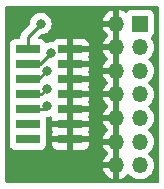
<source format=gbr>
%TF.GenerationSoftware,KiCad,Pcbnew,7.0.2*%
%TF.CreationDate,2024-01-21T01:29:36-05:00*%
%TF.ProjectId,jtag-adapter,6a746167-2d61-4646-9170-7465722e6b69,rev?*%
%TF.SameCoordinates,Original*%
%TF.FileFunction,Copper,L1,Top*%
%TF.FilePolarity,Positive*%
%FSLAX46Y46*%
G04 Gerber Fmt 4.6, Leading zero omitted, Abs format (unit mm)*
G04 Created by KiCad (PCBNEW 7.0.2) date 2024-01-21 01:29:36*
%MOMM*%
%LPD*%
G01*
G04 APERTURE LIST*
%TA.AperFunction,ComponentPad*%
%ADD10R,1.350000X1.350000*%
%TD*%
%TA.AperFunction,ComponentPad*%
%ADD11O,1.350000X1.350000*%
%TD*%
%TA.AperFunction,SMDPad,CuDef*%
%ADD12R,2.100000X0.750000*%
%TD*%
%TA.AperFunction,ViaPad*%
%ADD13C,0.800000*%
%TD*%
%TA.AperFunction,Conductor*%
%ADD14C,0.250000*%
%TD*%
G04 APERTURE END LIST*
D10*
%TO.P,J2,1,Pin_1*%
%TO.N,+1V8*%
X94400000Y-66000000D03*
D11*
%TO.P,J2,2,Pin_2*%
%TO.N,GND*%
X92400000Y-66000000D03*
%TO.P,J2,3,Pin_3*%
%TO.N,/TMS*%
X94400000Y-68000000D03*
%TO.P,J2,4,Pin_4*%
%TO.N,GND*%
X92400000Y-68000000D03*
%TO.P,J2,5,Pin_5*%
%TO.N,/TCK*%
X94400000Y-70000000D03*
%TO.P,J2,6,Pin_6*%
%TO.N,GND*%
X92400000Y-70000000D03*
%TO.P,J2,7,Pin_7*%
%TO.N,/TDO*%
X94400000Y-72000000D03*
%TO.P,J2,8,Pin_8*%
%TO.N,GND*%
X92400000Y-72000000D03*
%TO.P,J2,9,Pin_9*%
%TO.N,/TDI*%
X94400000Y-74000000D03*
%TO.P,J2,10,Pin_10*%
%TO.N,GND*%
X92400000Y-74000000D03*
%TO.P,J2,11,Pin_11*%
%TO.N,unconnected-(J2-Pin_11-Pad11)*%
X94400000Y-76000000D03*
%TO.P,J2,12,Pin_12*%
%TO.N,GND*%
X92400000Y-76000000D03*
%TO.P,J2,13,Pin_13*%
%TO.N,unconnected-(J2-Pin_13-Pad13)*%
X94400000Y-78000000D03*
%TO.P,J2,14,Pin_14*%
%TO.N,GND*%
X92400000Y-78000000D03*
%TD*%
D12*
%TO.P,J1,1,Pin_1*%
%TO.N,GND*%
X88500000Y-68190000D03*
%TO.P,J1,2,Pin_2*%
%TO.N,+1V8*%
X84900000Y-68190000D03*
%TO.P,J1,3,Pin_3*%
%TO.N,GND*%
X88500000Y-69460000D03*
%TO.P,J1,4,Pin_4*%
%TO.N,/TMS*%
X84900000Y-69460000D03*
%TO.P,J1,5,Pin_5*%
%TO.N,GND*%
X88500000Y-70730000D03*
%TO.P,J1,6,Pin_6*%
%TO.N,/TCK*%
X84900000Y-70730000D03*
%TO.P,J1,7,Pin_7*%
%TO.N,GND*%
X88500000Y-72000000D03*
%TO.P,J1,8,Pin_8*%
%TO.N,/TDO*%
X84900000Y-72000000D03*
%TO.P,J1,9,Pin_9*%
%TO.N,GND*%
X88500000Y-73270000D03*
%TO.P,J1,10,Pin_10*%
%TO.N,/TDI*%
X84900000Y-73270000D03*
%TO.P,J1,11,Pin_11*%
%TO.N,GND*%
X88500000Y-74540000D03*
%TO.P,J1,12,Pin_12*%
%TO.N,unconnected-(J1-Pin_12-Pad12)*%
X84900000Y-74540000D03*
%TO.P,J1,13,Pin_13*%
%TO.N,GND*%
X88500000Y-75810000D03*
%TO.P,J1,14,Pin_14*%
%TO.N,unconnected-(J1-Pin_14-Pad14)*%
X84900000Y-75810000D03*
%TD*%
D13*
%TO.N,+1V8*%
X86000000Y-66000000D03*
%TO.N,/TMS*%
X86850498Y-68500000D03*
%TO.N,/TCK*%
X86524219Y-70007266D03*
%TO.N,/TDO*%
X86500000Y-71500000D03*
%TO.N,/TDI*%
X86500000Y-73000000D03*
%TD*%
D14*
%TO.N,GND*%
X88500000Y-72000000D02*
X92400000Y-72000000D01*
X92400000Y-70000000D02*
X92400000Y-66000000D01*
X88500000Y-75810000D02*
X88500000Y-68190000D01*
X92400000Y-78000000D02*
X92400000Y-70000000D01*
%TO.N,+1V8*%
X84900000Y-67100000D02*
X86000000Y-66000000D01*
X84900000Y-68190000D02*
X84900000Y-67100000D01*
%TO.N,/TMS*%
X85890498Y-69460000D02*
X86850498Y-68500000D01*
X84900000Y-69460000D02*
X85890498Y-69460000D01*
%TO.N,/TCK*%
X84900000Y-70730000D02*
X85801485Y-70730000D01*
X85801485Y-70730000D02*
X86524219Y-70007266D01*
%TO.N,/TDO*%
X86000000Y-72000000D02*
X86500000Y-71500000D01*
X84900000Y-72000000D02*
X86000000Y-72000000D01*
%TO.N,/TDI*%
X86230000Y-73270000D02*
X86500000Y-73000000D01*
X84900000Y-73270000D02*
X86230000Y-73270000D01*
%TD*%
%TA.AperFunction,Conductor*%
%TO.N,GND*%
G36*
X92650000Y-77684314D02*
G01*
X92638045Y-77672359D01*
X92525148Y-77614835D01*
X92431481Y-77600000D01*
X92368519Y-77600000D01*
X92274852Y-77614835D01*
X92161955Y-77672359D01*
X92150000Y-77684314D01*
X92150000Y-76315686D01*
X92161955Y-76327641D01*
X92274852Y-76385165D01*
X92368519Y-76400000D01*
X92431481Y-76400000D01*
X92525148Y-76385165D01*
X92638045Y-76327641D01*
X92650000Y-76315686D01*
X92650000Y-77684314D01*
G37*
%TD.AperFunction*%
%TA.AperFunction,Conductor*%
G36*
X92650000Y-75684314D02*
G01*
X92638045Y-75672359D01*
X92525148Y-75614835D01*
X92431481Y-75600000D01*
X92368519Y-75600000D01*
X92274852Y-75614835D01*
X92161955Y-75672359D01*
X92150000Y-75684314D01*
X92150000Y-74315686D01*
X92161955Y-74327641D01*
X92274852Y-74385165D01*
X92368519Y-74400000D01*
X92431481Y-74400000D01*
X92525148Y-74385165D01*
X92638045Y-74327641D01*
X92650000Y-74315686D01*
X92650000Y-75684314D01*
G37*
%TD.AperFunction*%
%TA.AperFunction,Conductor*%
G36*
X92650000Y-73684313D02*
G01*
X92638045Y-73672359D01*
X92525148Y-73614835D01*
X92431481Y-73600000D01*
X92368519Y-73600000D01*
X92274852Y-73614835D01*
X92161955Y-73672359D01*
X92150000Y-73684314D01*
X92150000Y-72315686D01*
X92161955Y-72327641D01*
X92274852Y-72385165D01*
X92368519Y-72400000D01*
X92431481Y-72400000D01*
X92525148Y-72385165D01*
X92638045Y-72327641D01*
X92650000Y-72315685D01*
X92650000Y-73684313D01*
G37*
%TD.AperFunction*%
%TA.AperFunction,Conductor*%
G36*
X92650000Y-71684314D02*
G01*
X92638045Y-71672359D01*
X92525148Y-71614835D01*
X92431481Y-71600000D01*
X92368519Y-71600000D01*
X92274852Y-71614835D01*
X92161955Y-71672359D01*
X92150000Y-71684314D01*
X92150000Y-70315686D01*
X92161955Y-70327641D01*
X92274852Y-70385165D01*
X92368519Y-70400000D01*
X92431481Y-70400000D01*
X92525148Y-70385165D01*
X92638045Y-70327641D01*
X92650000Y-70315686D01*
X92650000Y-71684314D01*
G37*
%TD.AperFunction*%
%TA.AperFunction,Conductor*%
G36*
X92650000Y-69684314D02*
G01*
X92638045Y-69672359D01*
X92525148Y-69614835D01*
X92431481Y-69600000D01*
X92368519Y-69600000D01*
X92274852Y-69614835D01*
X92161955Y-69672359D01*
X92150000Y-69684314D01*
X92150000Y-68315686D01*
X92161955Y-68327641D01*
X92274852Y-68385165D01*
X92368519Y-68400000D01*
X92431481Y-68400000D01*
X92525148Y-68385165D01*
X92638045Y-68327641D01*
X92650000Y-68315686D01*
X92650000Y-69684314D01*
G37*
%TD.AperFunction*%
%TA.AperFunction,Conductor*%
G36*
X92650000Y-67684313D02*
G01*
X92638045Y-67672359D01*
X92525148Y-67614835D01*
X92431481Y-67600000D01*
X92368519Y-67600000D01*
X92274852Y-67614835D01*
X92161955Y-67672359D01*
X92150000Y-67684314D01*
X92150000Y-66315686D01*
X92161955Y-66327641D01*
X92274852Y-66385165D01*
X92368519Y-66400000D01*
X92431481Y-66400000D01*
X92525148Y-66385165D01*
X92638045Y-66327641D01*
X92650000Y-66315686D01*
X92650000Y-67684313D01*
G37*
%TD.AperFunction*%
%TA.AperFunction,Conductor*%
G36*
X95942539Y-64520185D02*
G01*
X95988294Y-64572989D01*
X95999500Y-64624500D01*
X95999500Y-79375500D01*
X95979815Y-79442539D01*
X95927011Y-79488294D01*
X95875500Y-79499500D01*
X83124500Y-79499500D01*
X83057461Y-79479815D01*
X83011706Y-79427011D01*
X83000500Y-79375500D01*
X83000500Y-77749999D01*
X91249494Y-77749999D01*
X91249495Y-77750000D01*
X92084314Y-77750000D01*
X92072359Y-77761955D01*
X92014835Y-77874852D01*
X91995014Y-78000000D01*
X92014835Y-78125148D01*
X92072359Y-78238045D01*
X92084314Y-78250000D01*
X91249495Y-78250000D01*
X91299651Y-78426278D01*
X91396712Y-78621205D01*
X91527944Y-78794985D01*
X91688868Y-78941685D01*
X91874012Y-79056322D01*
X92077069Y-79134986D01*
X92150000Y-79148619D01*
X92150000Y-78315686D01*
X92161955Y-78327641D01*
X92274852Y-78385165D01*
X92368519Y-78400000D01*
X92431481Y-78400000D01*
X92525148Y-78385165D01*
X92638045Y-78327641D01*
X92650000Y-78315686D01*
X92650000Y-79148619D01*
X92722930Y-79134986D01*
X92925987Y-79056322D01*
X93111131Y-78941685D01*
X93272052Y-78794987D01*
X93300730Y-78757011D01*
X93356838Y-78715374D01*
X93426550Y-78710681D01*
X93487733Y-78744422D01*
X93498640Y-78757009D01*
X93527573Y-78795323D01*
X93675493Y-78930169D01*
X93688568Y-78942088D01*
X93781178Y-78999430D01*
X93873791Y-79056773D01*
X94057991Y-79128132D01*
X94076931Y-79135470D01*
X94291074Y-79175500D01*
X94291076Y-79175500D01*
X94508924Y-79175500D01*
X94508926Y-79175500D01*
X94723069Y-79135470D01*
X94858496Y-79083004D01*
X94926208Y-79056773D01*
X94926210Y-79056772D01*
X95111432Y-78942088D01*
X95272427Y-78795322D01*
X95403712Y-78621472D01*
X95500817Y-78426459D01*
X95500818Y-78426457D01*
X95560435Y-78216925D01*
X95568939Y-78125148D01*
X95580536Y-78000000D01*
X95560435Y-77783077D01*
X95560435Y-77783074D01*
X95500818Y-77573542D01*
X95403712Y-77378528D01*
X95272426Y-77204676D01*
X95148427Y-77091637D01*
X95112145Y-77031926D01*
X95113906Y-76962079D01*
X95148427Y-76908363D01*
X95272426Y-76795323D01*
X95301358Y-76757011D01*
X95403712Y-76621472D01*
X95500817Y-76426459D01*
X95500818Y-76426457D01*
X95560435Y-76216925D01*
X95568939Y-76125148D01*
X95580536Y-76000000D01*
X95560435Y-75783077D01*
X95560435Y-75783074D01*
X95500818Y-75573542D01*
X95403712Y-75378528D01*
X95272426Y-75204676D01*
X95148427Y-75091637D01*
X95112145Y-75031926D01*
X95113906Y-74962079D01*
X95148427Y-74908363D01*
X95272426Y-74795323D01*
X95301358Y-74757011D01*
X95403712Y-74621472D01*
X95500817Y-74426459D01*
X95500818Y-74426457D01*
X95560435Y-74216925D01*
X95568939Y-74125148D01*
X95580536Y-74000000D01*
X95560435Y-73783077D01*
X95560435Y-73783074D01*
X95500818Y-73573542D01*
X95403712Y-73378528D01*
X95272426Y-73204676D01*
X95148427Y-73091637D01*
X95112145Y-73031926D01*
X95113906Y-72962079D01*
X95148427Y-72908363D01*
X95272426Y-72795323D01*
X95272683Y-72794983D01*
X95403712Y-72621472D01*
X95500817Y-72426459D01*
X95500818Y-72426457D01*
X95560435Y-72216925D01*
X95568939Y-72125148D01*
X95580536Y-72000000D01*
X95560435Y-71783077D01*
X95560435Y-71783074D01*
X95500818Y-71573542D01*
X95403712Y-71378528D01*
X95272426Y-71204676D01*
X95148427Y-71091637D01*
X95112145Y-71031926D01*
X95113906Y-70962079D01*
X95148427Y-70908363D01*
X95272426Y-70795323D01*
X95301358Y-70757011D01*
X95403712Y-70621472D01*
X95500817Y-70426459D01*
X95500818Y-70426457D01*
X95560435Y-70216925D01*
X95567717Y-70138333D01*
X95580536Y-70000000D01*
X95560435Y-69783077D01*
X95560435Y-69783074D01*
X95500818Y-69573542D01*
X95403712Y-69378528D01*
X95272426Y-69204676D01*
X95148427Y-69091637D01*
X95112145Y-69031926D01*
X95113906Y-68962079D01*
X95148427Y-68908363D01*
X95272426Y-68795323D01*
X95272683Y-68794983D01*
X95403712Y-68621472D01*
X95500817Y-68426459D01*
X95500818Y-68426457D01*
X95560435Y-68216925D01*
X95563577Y-68183008D01*
X95580536Y-68000000D01*
X95560435Y-67783077D01*
X95560435Y-67783074D01*
X95500818Y-67573542D01*
X95403712Y-67378528D01*
X95322252Y-67270657D01*
X95297560Y-67205295D01*
X95312125Y-67136961D01*
X95346894Y-67096664D01*
X95432546Y-67032546D01*
X95518796Y-66917331D01*
X95569091Y-66782483D01*
X95575500Y-66722873D01*
X95575499Y-65277128D01*
X95569091Y-65217517D01*
X95518796Y-65082669D01*
X95432546Y-64967454D01*
X95317331Y-64881204D01*
X95182483Y-64830909D01*
X95122873Y-64824500D01*
X95119550Y-64824500D01*
X93680439Y-64824500D01*
X93680420Y-64824500D01*
X93677128Y-64824501D01*
X93673848Y-64824853D01*
X93673840Y-64824854D01*
X93617515Y-64830909D01*
X93482669Y-64881204D01*
X93367451Y-64967455D01*
X93304913Y-65050996D01*
X93248980Y-65092867D01*
X93179288Y-65097851D01*
X93122109Y-65068322D01*
X93111131Y-65058314D01*
X92925987Y-64943677D01*
X92722927Y-64865011D01*
X92650001Y-64851378D01*
X92650000Y-64851379D01*
X92650000Y-65684313D01*
X92638045Y-65672359D01*
X92525148Y-65614835D01*
X92431481Y-65600000D01*
X92368519Y-65600000D01*
X92274852Y-65614835D01*
X92161955Y-65672359D01*
X92150000Y-65684314D01*
X92150000Y-64851379D01*
X92149998Y-64851378D01*
X92077072Y-64865011D01*
X91874012Y-64943677D01*
X91688868Y-65058314D01*
X91527944Y-65205014D01*
X91396712Y-65378794D01*
X91299651Y-65573721D01*
X91249494Y-65749999D01*
X91249495Y-65750000D01*
X92084314Y-65750000D01*
X92072359Y-65761955D01*
X92014835Y-65874852D01*
X91995014Y-66000000D01*
X92014835Y-66125148D01*
X92072359Y-66238045D01*
X92084314Y-66250000D01*
X91249495Y-66250000D01*
X91299651Y-66426278D01*
X91396712Y-66621205D01*
X91527942Y-66794981D01*
X91652315Y-66908361D01*
X91688596Y-66968072D01*
X91686836Y-67037920D01*
X91652315Y-67091636D01*
X91527944Y-67205014D01*
X91396712Y-67378794D01*
X91299651Y-67573721D01*
X91249494Y-67749999D01*
X91249495Y-67750000D01*
X92084314Y-67750000D01*
X92072359Y-67761955D01*
X92014835Y-67874852D01*
X91995014Y-68000000D01*
X92014835Y-68125148D01*
X92072359Y-68238045D01*
X92084314Y-68250000D01*
X91249495Y-68250000D01*
X91299651Y-68426278D01*
X91396712Y-68621205D01*
X91527944Y-68794985D01*
X91652315Y-68908363D01*
X91688597Y-68968074D01*
X91686836Y-69037921D01*
X91652315Y-69091637D01*
X91527944Y-69205014D01*
X91396712Y-69378794D01*
X91299651Y-69573721D01*
X91249494Y-69749999D01*
X91249495Y-69750000D01*
X92084314Y-69750000D01*
X92072359Y-69761955D01*
X92014835Y-69874852D01*
X91995014Y-70000000D01*
X92014835Y-70125148D01*
X92072359Y-70238045D01*
X92084314Y-70250000D01*
X91249495Y-70250000D01*
X91299651Y-70426278D01*
X91396712Y-70621205D01*
X91527944Y-70794985D01*
X91652315Y-70908363D01*
X91688597Y-70968074D01*
X91686836Y-71037921D01*
X91652315Y-71091637D01*
X91527944Y-71205014D01*
X91396712Y-71378794D01*
X91299651Y-71573721D01*
X91249494Y-71749999D01*
X91249495Y-71750000D01*
X92084314Y-71750000D01*
X92072359Y-71761955D01*
X92014835Y-71874852D01*
X91995014Y-72000000D01*
X92014835Y-72125148D01*
X92072359Y-72238045D01*
X92084314Y-72250000D01*
X91249495Y-72250000D01*
X91299651Y-72426278D01*
X91396712Y-72621205D01*
X91527944Y-72794985D01*
X91652315Y-72908363D01*
X91688597Y-72968074D01*
X91686836Y-73037921D01*
X91652315Y-73091637D01*
X91527944Y-73205014D01*
X91396712Y-73378794D01*
X91299651Y-73573721D01*
X91249494Y-73749999D01*
X91249495Y-73750000D01*
X92084314Y-73750000D01*
X92072359Y-73761955D01*
X92014835Y-73874852D01*
X91995014Y-74000000D01*
X92014835Y-74125148D01*
X92072359Y-74238045D01*
X92084314Y-74250000D01*
X91249495Y-74250000D01*
X91299651Y-74426278D01*
X91396712Y-74621205D01*
X91527944Y-74794985D01*
X91652315Y-74908363D01*
X91688597Y-74968074D01*
X91686836Y-75037921D01*
X91652315Y-75091637D01*
X91527944Y-75205014D01*
X91396712Y-75378794D01*
X91299651Y-75573721D01*
X91249494Y-75749999D01*
X91249495Y-75750000D01*
X92084314Y-75750000D01*
X92072359Y-75761955D01*
X92014835Y-75874852D01*
X91995014Y-76000000D01*
X92014835Y-76125148D01*
X92072359Y-76238045D01*
X92084314Y-76250000D01*
X91249495Y-76250000D01*
X91299651Y-76426278D01*
X91396712Y-76621205D01*
X91527944Y-76794985D01*
X91652315Y-76908363D01*
X91688597Y-76968074D01*
X91686836Y-77037921D01*
X91652315Y-77091637D01*
X91527944Y-77205014D01*
X91396712Y-77378794D01*
X91299651Y-77573721D01*
X91249494Y-77749999D01*
X83000500Y-77749999D01*
X83000500Y-76229578D01*
X83349500Y-76229578D01*
X83349501Y-76232872D01*
X83355909Y-76292483D01*
X83406204Y-76427331D01*
X83492454Y-76542546D01*
X83607669Y-76628796D01*
X83742517Y-76679091D01*
X83802127Y-76685500D01*
X85997872Y-76685499D01*
X86057483Y-76679091D01*
X86192331Y-76628796D01*
X86307546Y-76542546D01*
X86393796Y-76427331D01*
X86444091Y-76292483D01*
X86450500Y-76232873D01*
X86450500Y-76060000D01*
X86950000Y-76060000D01*
X86950000Y-76229518D01*
X86950354Y-76236132D01*
X86956400Y-76292371D01*
X87006647Y-76427089D01*
X87092811Y-76542188D01*
X87207910Y-76628352D01*
X87342628Y-76678599D01*
X87398867Y-76684645D01*
X87405482Y-76685000D01*
X88250000Y-76685000D01*
X88250000Y-76060000D01*
X88750000Y-76060000D01*
X88750000Y-76685000D01*
X89594518Y-76685000D01*
X89601132Y-76684645D01*
X89657371Y-76678599D01*
X89792089Y-76628352D01*
X89907188Y-76542188D01*
X89993352Y-76427089D01*
X90043599Y-76292371D01*
X90049645Y-76236132D01*
X90050000Y-76229518D01*
X90050000Y-76060000D01*
X88750000Y-76060000D01*
X88250000Y-76060000D01*
X86950000Y-76060000D01*
X86450500Y-76060000D01*
X86450499Y-75387128D01*
X86444091Y-75327517D01*
X86403367Y-75218332D01*
X86398384Y-75148642D01*
X86403368Y-75131666D01*
X86444091Y-75022483D01*
X86450500Y-74962873D01*
X86450500Y-74790000D01*
X86950000Y-74790000D01*
X86950000Y-74959518D01*
X86950354Y-74966132D01*
X86956400Y-75022373D01*
X86997165Y-75131667D01*
X87002149Y-75201358D01*
X86997165Y-75218333D01*
X86956400Y-75327626D01*
X86950354Y-75383867D01*
X86950000Y-75390481D01*
X86950000Y-75560000D01*
X88250000Y-75560000D01*
X88250000Y-74790000D01*
X88750000Y-74790000D01*
X88750000Y-75560000D01*
X90050000Y-75560000D01*
X90050000Y-75390481D01*
X90049645Y-75383867D01*
X90043599Y-75327626D01*
X90002835Y-75218333D01*
X89997851Y-75148642D01*
X90002835Y-75131667D01*
X90043599Y-75022373D01*
X90049645Y-74966132D01*
X90050000Y-74959518D01*
X90050000Y-74790000D01*
X88750000Y-74790000D01*
X88250000Y-74790000D01*
X86950000Y-74790000D01*
X86450500Y-74790000D01*
X86450499Y-74117128D01*
X86444091Y-74057517D01*
X86444090Y-74057514D01*
X86442426Y-74042031D01*
X86446065Y-74041639D01*
X86442956Y-73998136D01*
X86476444Y-73936814D01*
X86537769Y-73903332D01*
X86564121Y-73900500D01*
X86594648Y-73900500D01*
X86718083Y-73874262D01*
X86779803Y-73861144D01*
X86809601Y-73847876D01*
X86878850Y-73838590D01*
X86942127Y-73868217D01*
X86979341Y-73927351D01*
X86978678Y-73997218D01*
X86976220Y-74004488D01*
X86956400Y-74057626D01*
X86950354Y-74113867D01*
X86950000Y-74120481D01*
X86950000Y-74290000D01*
X88250000Y-74290000D01*
X88250000Y-73520000D01*
X88750000Y-73520000D01*
X88750000Y-74290000D01*
X90050000Y-74290000D01*
X90050000Y-74120481D01*
X90049645Y-74113867D01*
X90043599Y-74057626D01*
X90002835Y-73948333D01*
X89997851Y-73878642D01*
X90002835Y-73861667D01*
X90043599Y-73752373D01*
X90049645Y-73696132D01*
X90050000Y-73689518D01*
X90050000Y-73520000D01*
X88750000Y-73520000D01*
X88250000Y-73520000D01*
X88250000Y-72250000D01*
X88750000Y-72250000D01*
X88750000Y-73020000D01*
X90050000Y-73020000D01*
X90050000Y-72850481D01*
X90049645Y-72843867D01*
X90043599Y-72787626D01*
X90002835Y-72678333D01*
X89997851Y-72608642D01*
X90002835Y-72591667D01*
X90043599Y-72482373D01*
X90049645Y-72426132D01*
X90050000Y-72419518D01*
X90050000Y-72250000D01*
X88750000Y-72250000D01*
X88250000Y-72250000D01*
X88250000Y-70980000D01*
X88750000Y-70980000D01*
X88750000Y-71750000D01*
X90050000Y-71750000D01*
X90050000Y-71580481D01*
X90049645Y-71573867D01*
X90043599Y-71517626D01*
X90002835Y-71408333D01*
X89997851Y-71338642D01*
X90002835Y-71321667D01*
X90043599Y-71212373D01*
X90049645Y-71156132D01*
X90050000Y-71149518D01*
X90050000Y-70980000D01*
X88750000Y-70980000D01*
X88250000Y-70980000D01*
X88250000Y-69710000D01*
X88750000Y-69710000D01*
X88750000Y-70480000D01*
X90050000Y-70480000D01*
X90050000Y-70310481D01*
X90049645Y-70303867D01*
X90043599Y-70247626D01*
X90002835Y-70138333D01*
X89997851Y-70068642D01*
X90002835Y-70051667D01*
X90043599Y-69942373D01*
X90049645Y-69886132D01*
X90050000Y-69879518D01*
X90050000Y-69710000D01*
X88750000Y-69710000D01*
X88250000Y-69710000D01*
X88250000Y-68440000D01*
X88750000Y-68440000D01*
X88750000Y-69210000D01*
X90050000Y-69210000D01*
X90050000Y-69040481D01*
X90049645Y-69033867D01*
X90043599Y-68977626D01*
X90002835Y-68868333D01*
X89997851Y-68798642D01*
X90002835Y-68781667D01*
X90043599Y-68672373D01*
X90049645Y-68616132D01*
X90050000Y-68609518D01*
X90050000Y-68440000D01*
X88750000Y-68440000D01*
X88250000Y-68440000D01*
X88250000Y-67315000D01*
X88750000Y-67315000D01*
X88750000Y-67940000D01*
X90050000Y-67940000D01*
X90050000Y-67770481D01*
X90049645Y-67763867D01*
X90043599Y-67707628D01*
X89993352Y-67572910D01*
X89907188Y-67457811D01*
X89792089Y-67371647D01*
X89657371Y-67321400D01*
X89601132Y-67315354D01*
X89594518Y-67315000D01*
X88750000Y-67315000D01*
X88250000Y-67315000D01*
X87405482Y-67315000D01*
X87398867Y-67315354D01*
X87342628Y-67321400D01*
X87207910Y-67371647D01*
X87092810Y-67457811D01*
X87023940Y-67549811D01*
X86968006Y-67591682D01*
X86924673Y-67599500D01*
X86755850Y-67599500D01*
X86570696Y-67638855D01*
X86560672Y-67643318D01*
X86491422Y-67652601D01*
X86428146Y-67622971D01*
X86394057Y-67573370D01*
X86393796Y-67572669D01*
X86307546Y-67457454D01*
X86192331Y-67371204D01*
X86057483Y-67320909D01*
X86005816Y-67315354D01*
X86001166Y-67314854D01*
X86001165Y-67314853D01*
X85997873Y-67314500D01*
X85994551Y-67314500D01*
X85869453Y-67314500D01*
X85802414Y-67294815D01*
X85756659Y-67242011D01*
X85746715Y-67172853D01*
X85775740Y-67109297D01*
X85781772Y-67102819D01*
X85947772Y-66936819D01*
X86009095Y-66903334D01*
X86035453Y-66900500D01*
X86094648Y-66900500D01*
X86218083Y-66874262D01*
X86279803Y-66861144D01*
X86452730Y-66784151D01*
X86481528Y-66763228D01*
X86605870Y-66672889D01*
X86612059Y-66666016D01*
X86732533Y-66532216D01*
X86827179Y-66368284D01*
X86885674Y-66188256D01*
X86905460Y-66000000D01*
X86885674Y-65811744D01*
X86827179Y-65631716D01*
X86827179Y-65631715D01*
X86732533Y-65467783D01*
X86605870Y-65327110D01*
X86452730Y-65215848D01*
X86279802Y-65138855D01*
X86094648Y-65099500D01*
X86094646Y-65099500D01*
X85905354Y-65099500D01*
X85905352Y-65099500D01*
X85720197Y-65138855D01*
X85547269Y-65215848D01*
X85394129Y-65327110D01*
X85267466Y-65467783D01*
X85172820Y-65631715D01*
X85114326Y-65811742D01*
X85096679Y-65979649D01*
X85070094Y-66044263D01*
X85061039Y-66054368D01*
X84516208Y-66599199D01*
X84500110Y-66612096D01*
X84452096Y-66663225D01*
X84449392Y-66666016D01*
X84432628Y-66682780D01*
X84432621Y-66682787D01*
X84429880Y-66685529D01*
X84427499Y-66688597D01*
X84427490Y-66688608D01*
X84427411Y-66688711D01*
X84419842Y-66697572D01*
X84389935Y-66729420D01*
X84380285Y-66746974D01*
X84369609Y-66763228D01*
X84357326Y-66779063D01*
X84339975Y-66819158D01*
X84334838Y-66829644D01*
X84313802Y-66867907D01*
X84308821Y-66887309D01*
X84302520Y-66905711D01*
X84294561Y-66924102D01*
X84287728Y-66967242D01*
X84285360Y-66978674D01*
X84274499Y-67020977D01*
X84274500Y-67041016D01*
X84272972Y-67060414D01*
X84269840Y-67080196D01*
X84271397Y-67096663D01*
X84273950Y-67123673D01*
X84274500Y-67135343D01*
X84274500Y-67190500D01*
X84254815Y-67257539D01*
X84202011Y-67303294D01*
X84150500Y-67314500D01*
X83805439Y-67314500D01*
X83805420Y-67314500D01*
X83802128Y-67314501D01*
X83798848Y-67314853D01*
X83798840Y-67314854D01*
X83742515Y-67320909D01*
X83607669Y-67371204D01*
X83492454Y-67457454D01*
X83406204Y-67572668D01*
X83355909Y-67707516D01*
X83351342Y-67749999D01*
X83349500Y-67767127D01*
X83349500Y-67770448D01*
X83349500Y-67770449D01*
X83349500Y-68609560D01*
X83349500Y-68609578D01*
X83349501Y-68612872D01*
X83349853Y-68616152D01*
X83349854Y-68616159D01*
X83350425Y-68621471D01*
X83355909Y-68672483D01*
X83396632Y-68781667D01*
X83401616Y-68851357D01*
X83396632Y-68868332D01*
X83355909Y-68977514D01*
X83350059Y-69031926D01*
X83349500Y-69037127D01*
X83349500Y-69040448D01*
X83349500Y-69040449D01*
X83349500Y-69879560D01*
X83349500Y-69879578D01*
X83349501Y-69882872D01*
X83355909Y-69942483D01*
X83396632Y-70051667D01*
X83401616Y-70121357D01*
X83396632Y-70138332D01*
X83355909Y-70247514D01*
X83355909Y-70247517D01*
X83349500Y-70307127D01*
X83349500Y-70310448D01*
X83349500Y-70310449D01*
X83349500Y-71149560D01*
X83349500Y-71149578D01*
X83349501Y-71152872D01*
X83355909Y-71212483D01*
X83396632Y-71321667D01*
X83401616Y-71391357D01*
X83396632Y-71408332D01*
X83355909Y-71517514D01*
X83349885Y-71573542D01*
X83349500Y-71577127D01*
X83349500Y-71580448D01*
X83349500Y-71580449D01*
X83349500Y-72419560D01*
X83349500Y-72419578D01*
X83349501Y-72422872D01*
X83349853Y-72426152D01*
X83349854Y-72426159D01*
X83354329Y-72467784D01*
X83355909Y-72482483D01*
X83396632Y-72591667D01*
X83401616Y-72661357D01*
X83396632Y-72678332D01*
X83355909Y-72787514D01*
X83353304Y-72811744D01*
X83349500Y-72847127D01*
X83349500Y-72850448D01*
X83349500Y-72850449D01*
X83349500Y-73689560D01*
X83349500Y-73689578D01*
X83349501Y-73692872D01*
X83355909Y-73752483D01*
X83396632Y-73861667D01*
X83401616Y-73931357D01*
X83396632Y-73948332D01*
X83355909Y-74057514D01*
X83355909Y-74057517D01*
X83349500Y-74117127D01*
X83349500Y-74120448D01*
X83349500Y-74120449D01*
X83349500Y-74959560D01*
X83349500Y-74959578D01*
X83349501Y-74962872D01*
X83355909Y-75022483D01*
X83396632Y-75131666D01*
X83401616Y-75201357D01*
X83396632Y-75218332D01*
X83355909Y-75327514D01*
X83350396Y-75378794D01*
X83349500Y-75387127D01*
X83349500Y-75390448D01*
X83349500Y-75390449D01*
X83349500Y-76229560D01*
X83349500Y-76229578D01*
X83000500Y-76229578D01*
X83000500Y-64624500D01*
X83020185Y-64557461D01*
X83072989Y-64511706D01*
X83124500Y-64500500D01*
X95875500Y-64500500D01*
X95942539Y-64520185D01*
G37*
%TD.AperFunction*%
%TD*%
M02*

</source>
